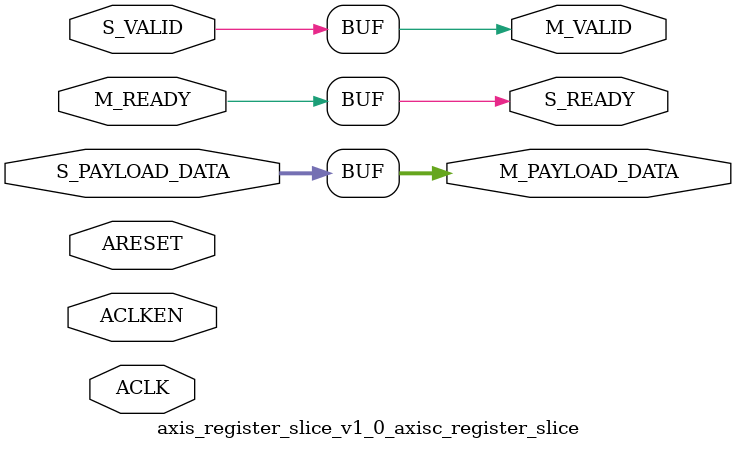
<source format=v>

`timescale 1ps/1ps

module axis_register_slice_v1_0_axisc_register_slice #
  (
   parameter C_FAMILY     = "virtex6",
   parameter C_DATA_WIDTH = 32,
   parameter C_REG_CONFIG = 32'h00000000
   // C_REG_CONFIG:
   //   0 => BYPASS    = The channel is just wired through the module.
   //   1 => FWD_REV   = Both FWD and REV (fully-registered)
   //   2 => FWD       = The master VALID and payload signals are registrated. 
   //   3 => REV       = The slave ready signal is registrated
   //   4 => RESERVED (all outputs driven to 0).
   //   5 => RESERVED (all outputs driven to 0).
   //   6 => INPUTS    = Slave and Master side inputs are registrated.
   //   7 => LIGHT_WT  = 1-stage pipeline register with bubble cycle, both FWD and REV pipelining
   )
  (
   // System Signals
   input wire ACLK,
   input wire ARESET,
   input wire ACLKEN,

   // Slave side
   input  wire [C_DATA_WIDTH-1:0] S_PAYLOAD_DATA,
   input  wire S_VALID,
   output wire S_READY,

   // Master side
   output  wire [C_DATA_WIDTH-1:0] M_PAYLOAD_DATA,
   output wire M_VALID,
   input  wire M_READY
   );

  generate
  ////////////////////////////////////////////////////////////////////
  //
  // C_REG_CONFIG = 0
  // Bypass mode
  //
  ////////////////////////////////////////////////////////////////////
    if (C_REG_CONFIG == 32'h00000000)
    begin
      assign M_PAYLOAD_DATA = S_PAYLOAD_DATA;
      assign M_VALID        = S_VALID;
      assign S_READY        = M_READY;      
    end
  ////////////////////////////////////////////////////////////////////
  //
  // C_REG_CONFIG = 1 (or 8)
  // Both FWD and REV mode
  //
  ////////////////////////////////////////////////////////////////////
    else if ((C_REG_CONFIG == 32'h00000001) || (C_REG_CONFIG == 32'h00000008))
    begin
      reg [1:0] state;
      localparam [1:0] 
        ZERO = 2'b10,
        ONE  = 2'b11,
        TWO  = 2'b01;
      
      reg [C_DATA_WIDTH-1:0] storage_data1;
      reg [C_DATA_WIDTH-1:0] storage_data2;
      reg                    load_s1;
      wire                   load_s2;
      wire                   load_s1_from_s2;
      reg                    s_ready_i; //local signal of output
      wire                   m_valid_i; //local signal of output

      // assign local signal to its output signal
      assign S_READY = s_ready_i;
      assign M_VALID = m_valid_i;

      (* equivalent_register_removal = "no" *) reg [1:0] areset_d; // Reset delay register
      always @(posedge ACLK) begin
        if (ACLKEN) begin
          areset_d <= {areset_d[0], ARESET};
        end
      end
      
      // Load storage1 with either slave side data or from storage2
      always @(posedge ACLK) 
      begin
        if (ACLKEN) begin
          storage_data1 <= ~load_s1 ? storage_data1 : 
                           load_s1_from_s2 ? storage_data2 : 
                           S_PAYLOAD_DATA; 
        end
      end

      // Load storage2 with slave side data
      always @(posedge ACLK) 
      begin
        if (ACLKEN) begin
          storage_data2 <= load_s2 ? S_PAYLOAD_DATA : storage_data2;
        end
      end

      assign M_PAYLOAD_DATA = storage_data1;

      // Always load s2 on a valid transaction even if it's unnecessary
      assign load_s2 = S_VALID & s_ready_i;

      // Loading s1
      always @ *
      begin
        if ( ((state == ZERO) && (S_VALID == 1)) || // Load when empty on slave transaction
             // Load when ONE if we both have read and write at the same time
             ((state == ONE) && (S_VALID == 1) && (M_READY == 1)) ||
             // Load when TWO and we have a transaction on Master side
             ((state == TWO) && (M_READY == 1)))
          load_s1 = 1'b1;
        else
          load_s1 = 1'b0;
      end // always @ *

      assign load_s1_from_s2 = (state == TWO);
                       
      // State Machine for handling output signals
      always @(posedge ACLK) begin
        if (ARESET) begin
          s_ready_i <= 1'b0;
          state <= ZERO;
        end else if (ACLKEN && areset_d == 2'b10) begin
          s_ready_i <= 1'b1;
          state <= ZERO;
        end else if (ACLKEN && areset_d == 2'b00) begin
          case (state)
            // No transaction stored locally
            ZERO: if (S_VALID) state <= ONE; // Got one so move to ONE

            // One transaction stored locally
            ONE: begin
              if (M_READY & ~S_VALID) state <= ZERO; // Read out one so move to ZERO
              if (~M_READY & S_VALID) begin
                state <= TWO;  // Got another one so move to TWO
                s_ready_i <= 1'b0;
              end
            end

            // TWO transaction stored locally
            TWO: if (M_READY) begin
              state <= ONE; // Read out one so move to ONE
              s_ready_i <= 1'b1;
            end

            default: 
              state <= ZERO;

          endcase // case (state)
        end
      end // always @ (posedge ACLK)
      
      assign m_valid_i = state[0];

    end // if (C_REG_CONFIG == 1)
    
  ////////////////////////////////////////////////////////////////////
  //
  // C_REG_CONFIG = 2
  // Only FWD mode
  //
  ////////////////////////////////////////////////////////////////////
    else if (C_REG_CONFIG == 32'h00000002)
    begin
      reg [C_DATA_WIDTH-1:0] storage_data;
      wire                   s_ready_i; //local signal of output
      reg                    m_valid_i; //local signal of output

      // assign local signal to its output signal
      assign S_READY = s_ready_i;
      assign M_VALID = m_valid_i;

      (* equivalent_register_removal = "no" *) reg [1:0] areset_d; // Reset delay register
      always @(posedge ACLK) begin
        if (ACLKEN) begin
          areset_d <= {areset_d[0], ARESET};
        end
      end
      
      // Save payload data whenever we have a transaction on the slave side
      always @(posedge ACLK) 
      begin
        if (ACLKEN)
          storage_data <= (S_VALID & s_ready_i) ? S_PAYLOAD_DATA : storage_data;
      end

      assign M_PAYLOAD_DATA = storage_data;
      
      // M_Valid set to high when we have a completed transfer on slave side
      // Is removed on a M_READY except if we have a new transfer on the slave side
      always @(posedge ACLK) begin
        if (areset_d) begin
          m_valid_i <= 1'b0;
        end 
        else if (ACLKEN) begin
            m_valid_i <= S_VALID ? 1'b1 :  // Always set m_valid_i when slave side is valid
                       M_READY ? 1'b0 :  // Clear (or keep) when no slave side is valid but master side is ready
                         m_valid_i;
        end
      end // always @ (posedge ACLK)
      
      // Slave Ready is either when Master side drives M_Ready or we have space in our storage data
      assign s_ready_i = (M_READY | ~m_valid_i) & ~|areset_d;

    end // if (C_REG_CONFIG == 2)
  ////////////////////////////////////////////////////////////////////
  //
  // C_REG_CONFIG = 3
  // Only REV mode
  //
  ////////////////////////////////////////////////////////////////////
    else if (C_REG_CONFIG == 32'h00000003)
    begin
      reg [C_DATA_WIDTH-1:0] storage_data;
      reg                    s_ready_i; //local signal of output
      reg                    has_valid_storage_i;
      reg                    has_valid_storage;

      (* equivalent_register_removal = "no" *) reg areset_d; // Reset delay register
      always @(posedge ACLK) begin
        if (ACLKEN) begin
          areset_d <= ARESET;
        end
      end
      
      // Save payload data whenever we have a transaction on the slave side
      always @(posedge ACLK) 
      begin
        if (ACLKEN)
          storage_data <= (S_VALID & s_ready_i) ? S_PAYLOAD_DATA : storage_data;
      end

      assign M_PAYLOAD_DATA = has_valid_storage ? storage_data : S_PAYLOAD_DATA;

      // Need to determine when we need to save a payload
      // Need a combinatorial signals since it will also effect S_READY
      always @ *
      begin
        // Set the value if we have a slave transaction but master side is not ready
        if (S_VALID & s_ready_i & ~M_READY)
          has_valid_storage_i = 1'b1;
        
        // Clear the value if it's set and Master side completes the transaction but we don't have a new slave side 
        // transaction 
        else if ( (has_valid_storage == 1) && (M_READY == 1) && ( (S_VALID == 0) || (s_ready_i == 0)))
          has_valid_storage_i = 1'b0;
        else
          has_valid_storage_i = has_valid_storage;
      end // always @ *

      always @(posedge ACLK) 
      begin
        if (ARESET) begin
          has_valid_storage <= 1'b0;
        end
        else if (ACLKEN) begin
          has_valid_storage <= has_valid_storage_i;
        end
      end

      // S_READY is either clocked M_READY or that we have room in local storage
      always @(posedge ACLK) begin
        if (ARESET) begin
          s_ready_i <= 1'b0;
        end
        else if (ACLKEN) begin
          s_ready_i <= M_READY | ~has_valid_storage_i;
        end
      end

      // assign local signal to its output signal
      assign S_READY = s_ready_i;

      // M_READY is either combinatorial S_READY or that we have valid data in local storage
      assign M_VALID = (S_VALID | has_valid_storage) & ~areset_d;
      
    end // if (C_REG_CONFIG == 3)
    
  ////////////////////////////////////////////////////////////////////
  //
  // C_REG_CONFIG = 4 or 5 is NO LONGER SUPPORTED
  //
  ////////////////////////////////////////////////////////////////////
    else if ((C_REG_CONFIG == 32'h00000004) || (C_REG_CONFIG == 32'h00000005))
    begin
// synthesis translate_off
      initial begin  
        $display ("ERROR: For axi_register_slice, C_REG_CONFIG = 4 or 5 is RESERVED.");
      end
// synthesis translate_on
      assign M_PAYLOAD_DATA = 0;
      assign M_VALID        = 1'b0;
      assign S_READY        = 1'b0;    
    end  

  ////////////////////////////////////////////////////////////////////
  //
  // C_REG_CONFIG = 6
  // INPUTS mode
  //
  ////////////////////////////////////////////////////////////////////
    else if (C_REG_CONFIG == 32'h00000006)
    begin
      reg [1:0] state;
      reg [1:0] next_state;
      localparam [1:0] 
        ZERO = 2'b00,
        ONE  = 2'b01,
        TWO  = 2'b11;

      reg [C_DATA_WIDTH-1:0] storage_data1;
      reg [C_DATA_WIDTH-1:0] storage_data2;
      reg                    s_valid_d;
      reg                    s_ready_d;
      reg                    m_ready_d;
      reg                    m_valid_d;
      reg                    load_s2;
      reg                    sel_s2;
      wire                   new_access;
      wire                   access_done;
      wire                   s_ready_i; //local signal of output
      reg                    s_ready_ii;
      reg                    m_valid_i; //local signal of output
      
      (* equivalent_register_removal = "no" *) reg areset_d; // Reset delay register
      always @(posedge ACLK) begin
        if (ACLKEN) begin
          areset_d <= ARESET;
        end
      end
      
      // assign local signal to its output signal
      assign S_READY = s_ready_i;
      assign M_VALID = m_valid_i;
      assign s_ready_i = s_ready_ii & ~areset_d;

      // Registrate input control signals
      always @(posedge ACLK) 
      begin
        if (ARESET) begin          
          s_valid_d <= 1'b0;
          s_ready_d <= 1'b0;
          m_ready_d <= 1'b0;
        end else if (ACLKEN) begin
          s_valid_d <= S_VALID;
          s_ready_d <= s_ready_i;
          m_ready_d <= M_READY;
        end
      end // always @ (posedge ACLK)

      // Load storage1 with slave side payload data when slave side ready is high
      always @(posedge ACLK) 
      begin
        if (ACLKEN)
          storage_data1 <= (s_ready_i) ? S_PAYLOAD_DATA : storage_data1;          
      end

      // Load storage2 with storage data 
      always @(posedge ACLK) 
      begin
        if (ACLKEN)
          storage_data2 <= load_s2 ? storage_data1 : storage_data2;
      end

      always @(posedge ACLK) 
      begin
        if (ARESET) 
          m_valid_d <= 1'b0;
        else if (ACLKEN)
          m_valid_d <= m_valid_i;
      end

      // Local help signals
      assign new_access  = s_ready_d & s_valid_d;
      assign access_done = m_ready_d & m_valid_d;


      // State Machine for handling output signals
      always @*
      begin
        next_state = state; // Stay in the same state unless we need to move to another state
        load_s2   = 0;
        sel_s2    = 0;
        m_valid_i = 0;
        s_ready_ii = 0;
        case (state)
            // No transaction stored locally
            ZERO: begin
              load_s2   = 0;
              sel_s2    = 0;
              m_valid_i = 0;
              s_ready_ii = 1;
              if (new_access) begin
                next_state = ONE; // Got one so move to ONE
                load_s2   = 1;
                m_valid_i = 0;
              end
              else begin
                next_state = next_state;
                load_s2   = load_s2;
                m_valid_i = m_valid_i;
              end

            end // case: ZERO

            // One transaction stored locally
            ONE: begin
              load_s2   = 0;
              sel_s2    = 1;
              m_valid_i = 1;
              s_ready_ii = 1;
              if (~new_access & access_done) begin
                next_state = ZERO; // Read out one so move to ZERO
                m_valid_i = 0;                      
              end
              else if (new_access & ~access_done) begin
                next_state = TWO;  // Got another one so move to TWO
                s_ready_ii = 0;
              end
              else if (new_access & access_done) begin
                load_s2   = 1;
                sel_s2    = 0;
              end
              else begin
                load_s2   = load_s2;
                sel_s2    = sel_s2;
              end


            end // case: ONE

            // TWO transaction stored locally
            TWO: begin
              load_s2   = 0;
              sel_s2    = 1;
              m_valid_i = 1;
              s_ready_ii = 0;
              if (access_done) begin 
                next_state = ONE; // Read out one so move to ONE
                s_ready_ii  = 1;
                load_s2    = 1;
                sel_s2     = 0;
              end
              else begin
                next_state = next_state;
                s_ready_ii  = s_ready_ii;
                load_s2    = load_s2;
                sel_s2     = sel_s2;
              end
            end // case: TWO
        endcase // case (state)
      end // always @ *


      // State Machine for handling output signals
      always @(posedge ACLK) 
      begin
        if (ARESET) 
          state <= ZERO;
        else if (ACLKEN)
          state <= next_state; // Stay in the same state unless we need to move to another state
      end
      
      // Master Payload mux
      assign M_PAYLOAD_DATA = sel_s2?storage_data2:storage_data1;

    end // if (C_REG_CONFIG == 6)
  ////////////////////////////////////////////////////////////////////
  //
  // C_REG_CONFIG = 7
  // Light-weight mode.
  // 1-stage pipeline register with bubble cycle, both FWD and REV pipelining
  // Operates same as 1-deep FIFO
  //
  ////////////////////////////////////////////////////////////////////
    else if (C_REG_CONFIG == 32'h00000007)
    begin
      reg [C_DATA_WIDTH-1:0] storage_data1;
      reg                    s_ready_i; //local signal of output
      reg                    m_valid_i; //local signal of output

      // assign local signal to its output signal
      assign S_READY = s_ready_i;
      assign M_VALID = m_valid_i;

      (* equivalent_register_removal = "no" *) reg [1:0] areset_d; // Reset delay register
      always @(posedge ACLK) begin
        if (ACLKEN) begin
          areset_d <= {areset_d[0], ARESET};
        end
      end
      
      // Load storage1 with slave side data
      always @(posedge ACLK) 
      begin
        if (ARESET) begin
          s_ready_i <= 1'b0;
          m_valid_i <= 1'b0;
        end else if (ACLKEN && areset_d == 2'b10) begin
          s_ready_i <= 1'b1;
        end else if (ACLKEN && areset_d == 2'b00) begin
          if (m_valid_i & M_READY) begin
            s_ready_i <= 1'b1;
            m_valid_i <= 1'b0;
          end else if (S_VALID & s_ready_i) begin
            s_ready_i <= 1'b0;
            m_valid_i <= 1'b1;
          end
        end
        if (~m_valid_i) begin
          storage_data1 <= S_PAYLOAD_DATA;        
        end
      end
      assign M_PAYLOAD_DATA = storage_data1;
    end // if (C_REG_CONFIG == 7)
    
    else begin : default_case
      // Passthrough
      assign M_PAYLOAD_DATA = S_PAYLOAD_DATA;
      assign M_VALID        = S_VALID;
      assign S_READY        = M_READY;      
    end

  endgenerate
endmodule // axisc_register_slice

</source>
